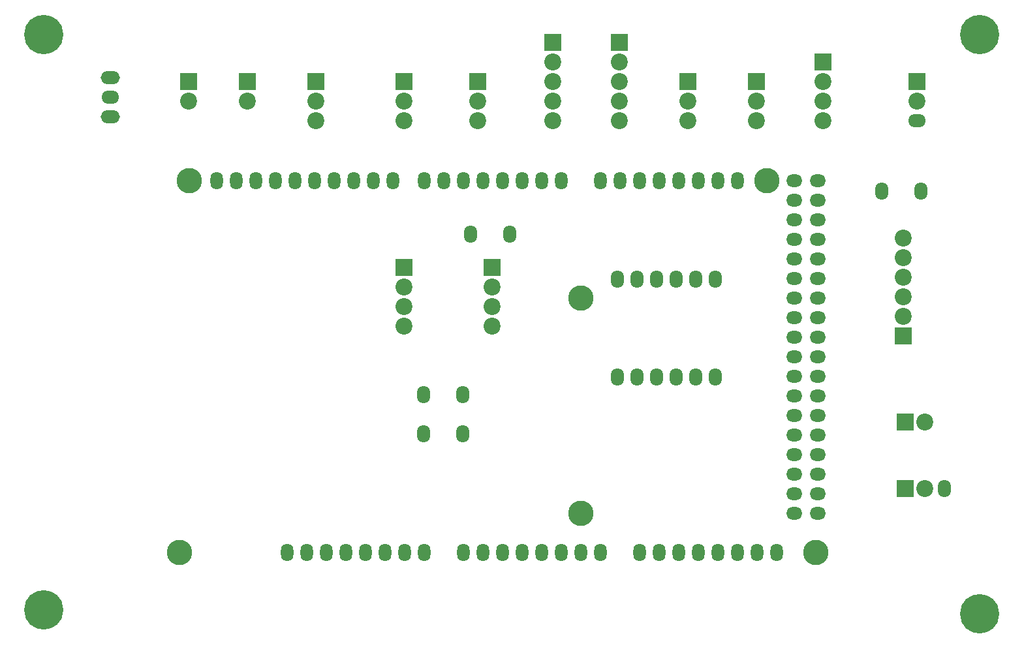
<source format=gts>
G04 #@! TF.GenerationSoftware,KiCad,Pcbnew,(5.1.6)-1*
G04 #@! TF.CreationDate,2020-09-27T17:04:44+05:30*
G04 #@! TF.ProjectId,PCB board,50434220-626f-4617-9264-2e6b69636164,rev?*
G04 #@! TF.SameCoordinates,Original*
G04 #@! TF.FileFunction,Soldermask,Top*
G04 #@! TF.FilePolarity,Negative*
%FSLAX46Y46*%
G04 Gerber Fmt 4.6, Leading zero omitted, Abs format (unit mm)*
G04 Created by KiCad (PCBNEW (5.1.6)-1) date 2020-09-27 17:04:44*
%MOMM*%
%LPD*%
G01*
G04 APERTURE LIST*
%ADD10O,1.700000X2.300000*%
%ADD11O,2.300000X1.700000*%
%ADD12C,3.297860*%
%ADD13O,1.624000X2.297100*%
%ADD14O,2.098980X1.639240*%
%ADD15O,2.098980X1.636700*%
%ADD16O,1.624000X2.299640*%
%ADD17C,5.100000*%
%ADD18R,2.200000X2.200000*%
%ADD19C,2.200000*%
%ADD20O,2.500000X1.700000*%
G04 APERTURE END LIST*
D10*
X209804000Y-111252000D03*
D11*
X206248000Y-63500000D03*
X101600000Y-60452000D03*
D10*
X206756000Y-72644000D03*
X201676000Y-72644000D03*
X153416000Y-78232000D03*
X148336000Y-78232000D03*
X147320000Y-104140000D03*
X142240000Y-104140000D03*
X147320000Y-99060000D03*
X142240000Y-99060000D03*
D12*
X162620001Y-86550501D03*
D13*
X115376001Y-71310501D03*
X117916001Y-71310501D03*
D12*
X111820001Y-71310501D03*
X186750001Y-71310501D03*
D13*
X120456001Y-71310501D03*
X122996001Y-71310501D03*
X125536001Y-71310501D03*
X128076001Y-71310501D03*
X130616001Y-71310501D03*
X133156001Y-71310501D03*
X135696001Y-71310501D03*
X138236001Y-71310501D03*
X142300001Y-71310501D03*
X144840001Y-71310501D03*
X147380001Y-71310501D03*
X149920001Y-71310501D03*
X152460001Y-71310501D03*
X155000001Y-71310501D03*
X157540001Y-71310501D03*
X160080001Y-71310501D03*
X165160001Y-71310501D03*
X167700001Y-71310501D03*
X170240001Y-71310501D03*
X172780001Y-71310501D03*
X175320001Y-71310501D03*
X177860001Y-71310501D03*
X180400001Y-71310501D03*
X182940001Y-71310501D03*
D14*
X190311081Y-86550501D03*
X190311081Y-89090501D03*
X190311081Y-91630501D03*
X190311081Y-94170501D03*
X190311081Y-96710501D03*
X190311081Y-99250501D03*
X190311081Y-101790501D03*
X190311081Y-104330501D03*
D15*
X193346381Y-111950501D03*
X193346381Y-114490501D03*
D14*
X190311081Y-71310501D03*
X190311081Y-73850501D03*
X190311081Y-76390501D03*
X190311081Y-78930501D03*
X190311081Y-81470501D03*
X190311081Y-84010501D03*
D15*
X193346381Y-91630501D03*
X193346381Y-94170501D03*
X193346381Y-96710501D03*
X193346381Y-99250501D03*
X193346381Y-101790501D03*
X193346381Y-104330501D03*
X193346381Y-106870501D03*
X193346381Y-109410501D03*
D13*
X185480001Y-119570501D03*
X182940001Y-119570501D03*
X180400001Y-119570501D03*
X177860001Y-119570501D03*
D16*
X175320001Y-119570501D03*
X172780001Y-119570501D03*
X170240001Y-119570501D03*
X165160001Y-119570501D03*
X129600001Y-119570501D03*
X127060001Y-119570501D03*
X124520001Y-119570501D03*
X139760001Y-119570501D03*
X137220001Y-119570501D03*
X134680001Y-119570501D03*
X132140001Y-119570501D03*
X162620001Y-119570501D03*
X160080001Y-119570501D03*
X157540001Y-119570501D03*
X155000001Y-119570501D03*
X152460001Y-119570501D03*
X149920001Y-119570501D03*
X147380001Y-119570501D03*
X142300001Y-119570501D03*
D15*
X193346381Y-71310501D03*
X193346381Y-73850501D03*
X193346381Y-76390501D03*
X193346381Y-78930501D03*
X193346381Y-81470501D03*
X193346381Y-84010501D03*
X193346381Y-86550501D03*
X193346381Y-89090501D03*
D14*
X190311081Y-106870501D03*
X190311081Y-109410501D03*
X190311081Y-111950501D03*
X190311081Y-114490501D03*
D12*
X193100001Y-119570501D03*
X162620001Y-114490501D03*
X110550001Y-119570501D03*
D13*
X188020001Y-119570501D03*
D17*
X92964000Y-52324000D03*
X92964000Y-127000000D03*
X214376000Y-127508000D03*
X214376000Y-52324000D03*
D18*
X204724000Y-102616000D03*
D19*
X207264000Y-102616000D03*
X207264000Y-111252000D03*
D18*
X204724000Y-111252000D03*
X176530000Y-58420000D03*
D19*
X176530000Y-60960000D03*
X176530000Y-63500000D03*
X149225000Y-63500000D03*
X149225000Y-60960000D03*
D18*
X149225000Y-58420000D03*
D19*
X139700000Y-63500000D03*
X139700000Y-60960000D03*
D18*
X139700000Y-58420000D03*
D19*
X128270000Y-63500000D03*
X128270000Y-60960000D03*
D18*
X128270000Y-58420000D03*
X111760000Y-58420000D03*
D19*
X111760000Y-60960000D03*
D18*
X119380000Y-58420000D03*
D19*
X119380000Y-60960000D03*
X151130000Y-90170000D03*
X151130000Y-87630000D03*
X151130000Y-85090000D03*
D18*
X151130000Y-82550000D03*
X139700000Y-82550000D03*
D19*
X139700000Y-85090000D03*
X139700000Y-87630000D03*
X139700000Y-90170000D03*
D18*
X204470000Y-91440000D03*
D19*
X204470000Y-88900000D03*
X204470000Y-86360000D03*
X204470000Y-83820000D03*
X204470000Y-81280000D03*
X204470000Y-78740000D03*
D18*
X185420000Y-58420000D03*
D19*
X185420000Y-60960000D03*
X185420000Y-63500000D03*
D18*
X194056000Y-55880000D03*
D19*
X194056000Y-58420000D03*
X194056000Y-60960000D03*
X194056000Y-63500000D03*
D18*
X206248000Y-58420000D03*
D19*
X206248000Y-60960000D03*
D18*
X159004000Y-53340000D03*
D19*
X159004000Y-55880000D03*
X159004000Y-58420000D03*
X159004000Y-60960000D03*
X159004000Y-63500000D03*
D18*
X167640000Y-53340000D03*
D19*
X167640000Y-55880000D03*
X167640000Y-58420000D03*
X167640000Y-60960000D03*
X167640000Y-63500000D03*
D10*
X167386000Y-84074000D03*
X169926000Y-84074000D03*
X172466000Y-84074000D03*
X175006000Y-84074000D03*
X177546000Y-84074000D03*
X180086000Y-84074000D03*
X180086000Y-96774000D03*
X177546000Y-96774000D03*
X175006000Y-96774000D03*
X172466000Y-96774000D03*
X169926000Y-96774000D03*
X167386000Y-96774000D03*
D20*
X101600000Y-62992000D03*
X101600000Y-57912000D03*
M02*

</source>
